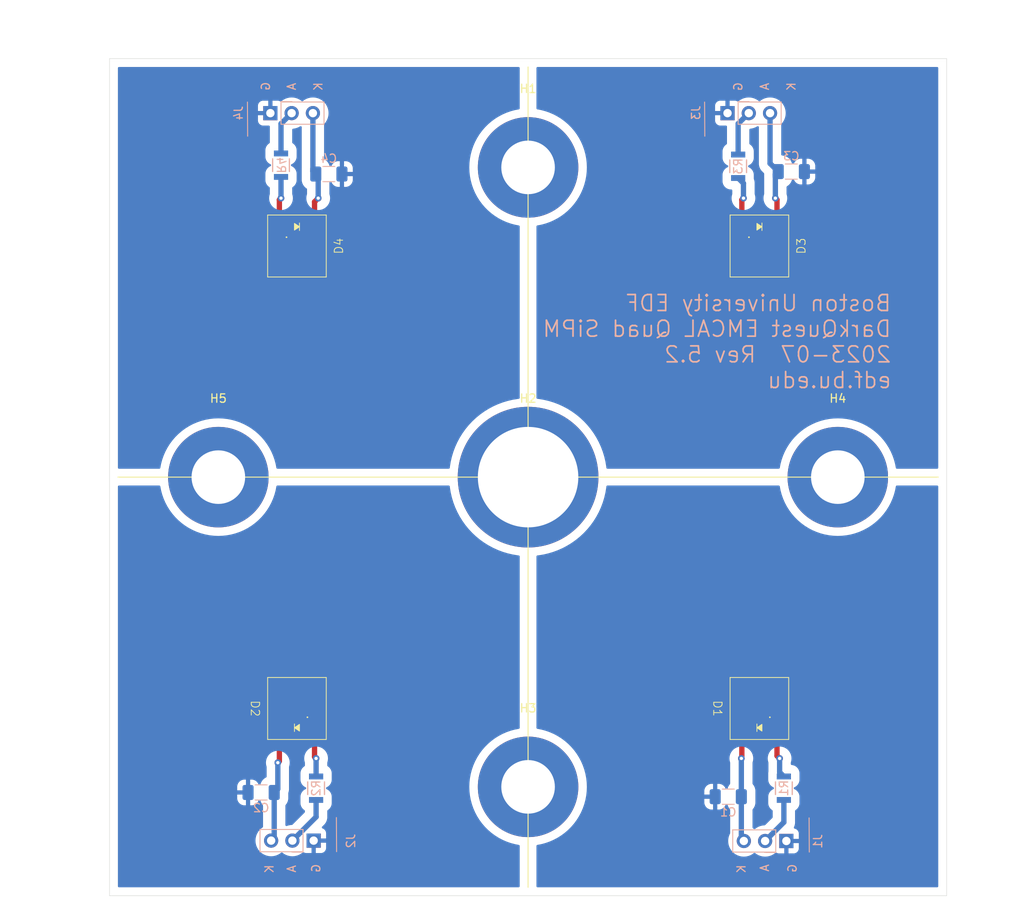
<source format=kicad_pcb>
(kicad_pcb (version 20221018) (generator pcbnew)
  (title_block (title "DarkQuest Quad SiPM") (comment 1 "Note: Rev 5.1 for S13360-6025CS"))
  (layers (0 "F.Cu" signal) (31 "B.Cu" signal) (34 "B.Paste" user) (35 "F.Paste" user) (36 "B.SilkS" user "B.Silkscreen") (37 "F.SilkS" user "F.Silkscreen") (38 "B.Mask" user) (39 "F.Mask" user) (44 "Edge.Cuts" user))
  (net 0 "")
  (net 1 "Net-(J1-Pin_1)")
  (net 2 "Net-(J2-Pin_1)")
  (net 3 "Net-(J3-Pin_1)")
  (net 4 "Net-(J4-Pin_1)")
  (net 5 "Net-(J2-Pin_2)")
  (net 6 "Net-(J3-Pin_2)")
  (net 7 "Net-(J4-Pin_2)")
  (net 8 "Net-(J1-Pin_2)")
  (net 9 "Net-(D1-K)")
  (net 10 "Net-(D2-K)")
  (net 11 "Net-(D3-K)")
  (net 12 "Net-(D4-K)")
  (net 13 "Net-(D1-A)")
  (net 14 "Net-(D2-A)")
  (net 15 "Net-(D3-A)")
  (net 16 "Net-(D4-A)")
  (footprint "quad_sipm:MountingHole_8.4mm_M8_Pad" (layer "F.Cu") (at 100 100)
    (fp_text reference "H2" (at 0 -9.4) (layer "F.SilkS"))
    (fp_text value "MountingHole")
    (pad "1" thru_hole circle (at 0 0) (size 16.8 16.8) (drill 12) (layers "*.Cu" "*.Mask"))
  )
  (footprint "quad_sipm:MountingHole_6.4_pad" (layer "F.Cu") (at 100 137)
    (fp_text reference "H3" (at 0 -9.4) (layer "F.SilkS"))
    (fp_text value "MountingHole")
    (pad "1" thru_hole circle (at 0 0) (size 12 12) (drill 6.4) (layers "*.Cu" "*.Mask"))
  )
  (footprint "quad_sipm:MountingHole_6.4_pad" (layer "F.Cu") (at 137 100)
    (fp_text reference "H4" (at 0 -9.4) (layer "F.SilkS"))
    (fp_text value "MountingHole")
    (pad "1" thru_hole circle (at 0 0) (size 12 12) (drill 6.4) (layers "*.Cu" "*.Mask"))
  )
  (footprint "quad_sipm:MountingHole_6.4_pad" (layer "F.Cu") (at 63 100)
    (fp_text reference "H5" (at 0 -9.4) (layer "F.SilkS"))
    (fp_text value "MountingHole")
    (pad "1" thru_hole circle (at 0 0) (size 12 12) (drill 6.4) (layers "*.Cu" "*.Mask"))
  )
  (footprint "quad_sipm:MountingHole_6.4_pad" (layer "F.Cu") (at 100 63)
    (fp_text reference "H1" (at 0 -9.4) (layer "F.SilkS"))
    (fp_text value "MountingHole")
    (pad "1" thru_hole circle (at 0 0) (size 12 12) (drill 6.4) (layers "*.Cu" "*.Mask"))
  )
  (footprint "Diode_SMD:S13360-6025PE" (layer "F.Cu") (at 127.635 127.635 -90)
    (fp_text reference "D1" (at 0 5 -90 unlocked) (layer "F.SilkS") (effects (font (thickness 0.1))))
    (fp_text value "1N914")
    (fp_line (start -3.7 -3.5) (end -3.7 3.5) (stroke (width 0.1)) (layer "F.SilkS"))
    (fp_line (start -3.7 3.5) (end 3.7 3.5) (stroke (width 0.1)) (layer "F.SilkS"))
    (fp_line (start 2.75 0.3) (end 1.85 0.3) (stroke (width 0.1)) (layer "F.SilkS"))
    (fp_line (start 3.7 -3.5) (end -3.7 -3.5) (stroke (width 0.1)) (layer "F.SilkS"))
    (fp_line (start 3.7 3.5) (end 3.7 -3.5) (stroke (width 0.1)) (layer "F.SilkS"))
    (fp_circle (center 1.05 -1.25) (end 1.05 -1.25) (stroke (width 0.1)) (fill none) (layer "F.SilkS"))
    (fp_poly (pts (xy 2.3 0.3) (xy 2.7 -0.3) (xy 1.9 -0.3)) (stroke (width 0.1)) (fill solid) (layer "F.SilkS"))
    (pad "1" smd circle (at 2.3 2.1 270) (size 1 1) (layers "F.Cu" "F.Paste" "F.Mask") (net 9 "Net-(D1-K)"))
    (pad "2" smd circle (at 2.3 -2.1 270) (size 1 1) (layers "F.Cu" "F.Paste" "F.Mask") (net 13 "Net-(D1-A)"))
    (pad "3" smd circle (at -2.3 2.1 270) (size 1 1) (layers "F.Cu" "F.Paste" "F.Mask"))
    (pad "4" smd circle (at -2.3 -2.1 270) (size 1 1) (layers "F.Cu" "F.Paste" "F.Mask"))
  )
  (footprint "Diode_SMD:S13360-6025PE" (layer "F.Cu") (at 72.39 127.635 -90)
    (fp_text reference "D2" (at 0 5 -90 unlocked) (layer "F.SilkS") (effects (font (thickness 0.1))))
    (fp_text value "1N914")
    (fp_line (start -3.7 -3.5) (end -3.7 3.5) (stroke (width 0.1)) (layer "F.SilkS"))
    (fp_line (start -3.7 3.5) (end 3.7 3.5) (stroke (width 0.1)) (layer "F.SilkS"))
    (fp_line (start 2.75 0.3) (end 1.85 0.3) (stroke (width 0.1)) (layer "F.SilkS"))
    (fp_line (start 3.7 -3.5) (end -3.7 -3.5) (stroke (width 0.1)) (layer "F.SilkS"))
    (fp_line (start 3.7 3.5) (end 3.7 -3.5) (stroke (width 0.1)) (layer "F.SilkS"))
    (fp_circle (center 1.05 -1.25) (end 1.05 -1.25) (stroke (width 0.1)) (fill none) (layer "F.SilkS"))
    (fp_poly (pts (xy 2.3 0.3) (xy 2.7 -0.3) (xy 1.9 -0.3)) (stroke (width 0.1)) (fill solid) (layer "F.SilkS"))
    (pad "1" smd circle (at 2.3 2.1 270) (size 1 1) (layers "F.Cu" "F.Paste" "F.Mask") (net 10 "Net-(D2-K)"))
    (pad "2" smd circle (at 2.3 -2.1 270) (size 1 1) (layers "F.Cu" "F.Paste" "F.Mask") (net 14 "Net-(D2-A)"))
    (pad "3" smd circle (at -2.3 2.1 270) (size 1 1) (layers "F.Cu" "F.Paste" "F.Mask"))
    (pad "4" smd circle (at -2.3 -2.1 270) (size 1 1) (layers "F.Cu" "F.Paste" "F.Mask"))
  )
  (footprint "Diode_SMD:S13360-6025PE" (layer "F.Cu") (at 72.39 72.39 90)
    (fp_text reference "D4" (at 0 5 90 unlocked) (layer "F.SilkS") (effects (font (thickness 0.1))))
    (fp_text value "1N914")
    (fp_line (start -3.7 -3.5) (end -3.7 3.5) (stroke (width 0.1)) (layer "F.SilkS"))
    (fp_line (start -3.7 3.5) (end 3.7 3.5) (stroke (width 0.1)) (layer "F.SilkS"))
    (fp_line (start 2.75 0.3) (end 1.85 0.3) (stroke (width 0.1)) (layer "F.SilkS"))
    (fp_line (start 3.7 -3.5) (end -3.7 -3.5) (stroke (width 0.1)) (layer "F.SilkS"))
    (fp_line (start 3.7 3.5) (end 3.7 -3.5) (stroke (width 0.1)) (layer "F.SilkS"))
    (fp_circle (center 1.05 -1.25) (end 1.05 -1.25) (stroke (width 0.1)) (fill none) (layer "F.SilkS"))
    (fp_poly (pts (xy 2.3 0.3) (xy 2.7 -0.3) (xy 1.9 -0.3)) (stroke (width 0.1)) (fill solid) (layer "F.SilkS"))
    (pad "1" smd circle (at 2.3 2.1 90) (size 1 1) (layers "F.Cu" "F.Paste" "F.Mask") (net 12 "Net-(D4-K)"))
    (pad "2" smd circle (at 2.3 -2.1 90) (size 1 1) (layers "F.Cu" "F.Paste" "F.Mask") (net 16 "Net-(D4-A)"))
    (pad "3" smd circle (at -2.3 2.1 90) (size 1 1) (layers "F.Cu" "F.Paste" "F.Mask"))
    (pad "4" smd circle (at -2.3 -2.1 90) (size 1 1) (layers "F.Cu" "F.Paste" "F.Mask"))
  )
  (footprint "Diode_SMD:S13360-6025PE" (layer "F.Cu") (at 127.635 72.39 90)
    (fp_text reference "D3" (at 0 5 90 unlocked) (layer "F.SilkS") (effects (font (thickness 0.1))))
    (fp_text value "1N914")
    (fp_line (start -3.7 -3.5) (end -3.7 3.5) (stroke (width 0.1)) (layer "F.SilkS"))
    (fp_line (start -3.7 3.5) (end 3.7 3.5) (stroke (width 0.1)) (layer "F.SilkS"))
    (fp_line (start 2.75 0.3) (end 1.85 0.3) (stroke (width 0.1)) (layer "F.SilkS"))
    (fp_line (start 3.7 -3.5) (end -3.7 -3.5) (stroke (width 0.1)) (layer "F.SilkS"))
    (fp_line (start 3.7 3.5) (end 3.7 -3.5) (stroke (width 0.1)) (layer "F.SilkS"))
    (fp_circle (center 1.05 -1.25) (end 1.05 -1.25) (stroke (width 0.1)) (fill none) (layer "F.SilkS"))
    (fp_poly (pts (xy 2.3 0.3) (xy 2.7 -0.3) (xy 1.9 -0.3)) (stroke (width 0.1)) (fill solid) (layer "F.SilkS"))
    (pad "1" smd circle (at 2.3 2.1 90) (size 1 1) (layers "F.Cu" "F.Paste" "F.Mask") (net 11 "Net-(D3-K)"))
    (pad "2" smd circle (at 2.3 -2.1 90) (size 1 1) (layers "F.Cu" "F.Paste" "F.Mask") (net 15 "Net-(D3-A)"))
    (pad "3" smd circle (at -2.3 2.1 90) (size 1 1) (layers "F.Cu" "F.Paste" "F.Mask"))
    (pad "4" smd circle (at -2.3 -2.1 90) (size 1 1) (layers "F.Cu" "F.Paste" "F.Mask"))
  )
  (footprint "Connector_PinHeader_2.54mm:PinHeader_1x03_P2.54mm_Vertical" (layer "B.Cu") (at 128.27 143.51 90)
    (fp_text reference "J1" (at 0 6.35 90) (layer "B.SilkS") (effects (justify mirror)))
    (fp_text value "8-102202-4")
    (fp_line (start -1.33 0) (end -1.33 1.33) (stroke (width 0.12)) (layer "B.SilkS"))
    (fp_line (start -1.285 -3.825) (end 1.375 -3.825) (stroke (width 0.12)) (layer "B.SilkS"))
    (fp_line (start -1.285 1.315) (end -1.285 -3.825) (stroke (width 0.12)) (layer "B.SilkS"))
    (fp_line (start -1.285 1.315) (end 1.375 1.315) (stroke (width 0.12)) (layer "B.SilkS"))
    (fp_line (start -1.275 5.325) (end 2.8 5.3) (stroke (width 0.12)) (layer "B.SilkS"))
    (fp_line (start 1.375 1.315) (end 1.375 -3.825) (stroke (width 0.12)) (layer "B.SilkS"))
    (pad "1" thru_hole rect (at 0.045 2.585 90) (size 1.7 1.7) (drill 1) (layers "*.Cu" "*.Mask") (net 1 "Net-(J1-Pin_1)"))
    (pad "2" thru_hole oval (at 0.045 0.045 90) (size 1.7 1.7) (drill 1) (layers "*.Cu" "*.Mask") (net 8 "Net-(J1-Pin_2)"))
    (pad "3" thru_hole oval (at 0.045 -2.495 90) (size 1.7 1.7) (drill 1) (layers "*.Cu" "*.Mask") (net 9 "Net-(D1-K)"))
  )
  (footprint "Capacitor_SMD:C_1206_3216Metric_Pad1.33x1.80mm_HandSolder" (layer "B.Cu") (at 76.2 63.7925 180)
    (fp_text reference "C4" (at 0 1.85) (layer "B.SilkS") (effects (justify mirror)))
    (fp_text value "10nF 100V")
    (fp_line (start -0.711252 -0.91) (end 0.711252 -0.91) (stroke (width 0.12)) (layer "B.SilkS"))
    (fp_line (start -0.711252 0.91) (end 0.711252 0.91) (stroke (width 0.12)) (layer "B.SilkS"))
    (pad "1" smd roundrect (at -1.5625 0 180) (size 1.325 1.8) (layers "B.Cu" "B.Paste" "B.Mask") (roundrect_rratio 0.1886792453) (net 4 "Net-(J4-Pin_1)"))
    (pad "2" smd roundrect (at 1.5625 0 180) (size 1.325 1.8) (layers "B.Cu" "B.Paste" "B.Mask") (roundrect_rratio 0.1886792453) (net 12 "Net-(D4-K)"))
  )
  (footprint "Connector_PinHeader_2.54mm:PinHeader_1x03_P2.54mm_Vertical" (layer "B.Cu") (at 126.41 56.47 -90)
    (fp_text reference "J3" (at 0 6.35 90) (layer "B.SilkS") (effects (justify mirror)))
    (fp_text value "8-102202-4")
    (fp_line (start -1.33 0) (end -1.33 1.33) (stroke (width 0.12)) (layer "B.SilkS"))
    (fp_line (start -1.285 -3.825) (end 1.375 -3.825) (stroke (width 0.12)) (layer "B.SilkS"))
    (fp_line (start -1.285 1.315) (end -1.285 -3.825) (stroke (width 0.12)) (layer "B.SilkS"))
    (fp_line (start -1.285 1.315) (end 1.375 1.315) (stroke (width 0.12)) (layer "B.SilkS"))
    (fp_line (start -1.275 5.325) (end 2.8 5.3) (stroke (width 0.12)) (layer "B.SilkS"))
    (fp_line (start 1.375 1.315) (end 1.375 -3.825) (stroke (width 0.12)) (layer "B.SilkS"))
    (pad "1" thru_hole rect (at 0.045 2.585 270) (size 1.7 1.7) (drill 1) (layers "*.Cu" "*.Mask") (net 3 "Net-(J3-Pin_1)"))
    (pad "2" thru_hole oval (at 0.045 0.045 270) (size 1.7 1.7) (drill 1) (layers "*.Cu" "*.Mask") (net 6 "Net-(J3-Pin_2)"))
    (pad "3" thru_hole oval (at 0.045 -2.495 270) (size 1.7 1.7) (drill 1) (layers "*.Cu" "*.Mask") (net 11 "Net-(D3-K)"))
  )
  (footprint "Connector_PinHeader_2.54mm:PinHeader_1x03_P2.54mm_Vertical" (layer "B.Cu") (at 71.8 56.47 -90)
    (fp_text reference "J4" (at 0.045 6.395 90) (layer "B.SilkS") (effects (justify mirror)))
    (fp_text value "8-102202-4")
    (fp_line (start -1.33 0) (end -1.33 1.33) (stroke (width 0.12)) (layer "B.SilkS"))
    (fp_line (start -1.285 -3.825) (end 1.375 -3.825) (stroke (width 0.12)) (layer "B.SilkS"))
    (fp_line (start -1.285 1.315) (end -1.285 -3.825) (stroke (width 0.12)) (layer "B.SilkS"))
    (fp_line (start -1.285 1.315) (end 1.375 1.315) (stroke (width 0.12)) (layer "B.SilkS"))
    (fp_line (start -1.275 5.325) (end 2.8 5.3) (stroke (width 0.12)) (layer "B.SilkS"))
    (fp_line (start 1.375 1.315) (end 1.375 -3.825) (stroke (width 0.12)) (layer "B.SilkS"))
    (pad "1" thru_hole rect (at 0.045 2.585 270) (size 1.7 1.7) (drill 1) (layers "*.Cu" "*.Mask") (net 4 "Net-(J4-Pin_1)"))
    (pad "2" thru_hole oval (at 0.045 0.045 270) (size 1.7 1.7) (drill 1) (layers "*.Cu" "*.Mask") (net 7 "Net-(J4-Pin_2)"))
    (pad "3" thru_hole oval (at 0.045 -2.495 270) (size 1.7 1.7) (drill 1) (layers "*.Cu" "*.Mask") (net 12 "Net-(D4-K)"))
  )
  (footprint "Capacitor_SMD:C_1206_3216Metric_Pad1.33x1.80mm_HandSolder" (layer "B.Cu") (at 131.445 63.5 180)
    (fp_text reference "C3" (at 0 1.85) (layer "B.SilkS") (effects (justify mirror)))
    (fp_text value "10nF 100V")
    (fp_line (start -0.711252 -0.91) (end 0.711252 -0.91) (stroke (width 0.12)) (layer "B.SilkS"))
    (fp_line (start -0.711252 0.91) (end 0.711252 0.91) (stroke (width 0.12)) (layer "B.SilkS"))
    (pad "1" smd roundrect (at -1.5625 0 180) (size 1.325 1.8) (layers "B.Cu" "B.Paste" "B.Mask") (roundrect_rratio 0.1886792453) (net 3 "Net-(J3-Pin_1)"))
    (pad "2" smd roundrect (at 1.5625 0 180) (size 1.325 1.8) (layers "B.Cu" "B.Paste" "B.Mask") (roundrect_rratio 0.1886792453) (net 11 "Net-(D3-K)"))
  )
  (footprint "Connector_PinHeader_2.54mm:PinHeader_1x03_P2.54mm_Vertical" (layer "B.Cu") (at 71.8 143.465 90)
    (fp_text reference "J2" (at 0 7.03 90) (layer "B.SilkS") (effects (justify mirror)))
    (fp_text value "8-102202-4")
    (fp_line (start -1.33 0) (end -1.33 1.33) (stroke (width 0.12)) (layer "B.SilkS"))
    (fp_line (start -1.285 -3.825) (end 1.375 -3.825) (stroke (width 0.12)) (layer "B.SilkS"))
    (fp_line (start -1.285 1.315) (end -1.285 -3.825) (stroke (width 0.12)) (layer "B.SilkS"))
    (fp_line (start -1.285 1.315) (end 1.375 1.315) (stroke (width 0.12)) (layer "B.SilkS"))
    (fp_line (start -1.275 5.325) (end 2.8 5.3) (stroke (width 0.12)) (layer "B.SilkS"))
    (fp_line (start 1.375 1.315) (end 1.375 -3.825) (stroke (width 0.12)) (layer "B.SilkS"))
    (pad "1" thru_hole rect (at 0.045 2.585 90) (size 1.7 1.7) (drill 1) (layers "*.Cu" "*.Mask") (net 2 "Net-(J2-Pin_1)"))
    (pad "2" thru_hole oval (at 0.045 0.045 90) (size 1.7 1.7) (drill 1) (layers "*.Cu" "*.Mask") (net 5 "Net-(J2-Pin_2)"))
    (pad "3" thru_hole oval (at 0.045 -2.495 90) (size 1.7 1.7) (drill 1) (layers "*.Cu" "*.Mask") (net 10 "Net-(D2-K)"))
  )
  (footprint "Capacitor_SMD:C_1206_3216Metric_Pad1.33x1.80mm_HandSolder" (layer "B.Cu") (at 123.9135 138.176)
    (fp_text reference "C1" (at 0 1.85) (layer "B.SilkS") (effects (justify mirror)))
    (fp_text value "10nF 100V")
    (fp_line (start -0.711252 -0.91) (end 0.711252 -0.91) (stroke (width 0.12)) (layer "B.SilkS"))
    (fp_line (start -0.711252 0.91) (end 0.711252 0.91) (stroke (width 0.12)) (layer "B.SilkS"))
    (pad "1" smd roundrect (at -1.5625 0) (size 1.325 1.8) (layers "B.Cu" "B.Paste" "B.Mask") (roundrect_rratio 0.1886792453) (net 1 "Net-(J1-Pin_1)"))
    (pad "2" smd roundrect (at 1.5625 0) (size 1.325 1.8) (layers "B.Cu" "B.Paste" "B.Mask") (roundrect_rratio 0.1886792453) (net 9 "Net-(D1-K)"))
  )
  (footprint "Capacitor_SMD:C_1206_3216Metric_Pad1.33x1.80mm_HandSolder" (layer "B.Cu") (at 68.1105 137.668)
    (fp_text reference "C2" (at 0 1.85) (layer "B.SilkS") (effects (justify mirror)))
    (fp_text value "10nF 100V")
    (fp_line (start -0.711252 -0.91) (end 0.711252 -0.91) (stroke (width 0.12)) (layer "B.SilkS"))
    (fp_line (start -0.711252 0.91) (end 0.711252 0.91) (stroke (width 0.12)) (layer "B.SilkS"))
    (pad "1" smd roundrect (at -1.5625 0) (size 1.325 1.8) (layers "B.Cu" "B.Paste" "B.Mask") (roundrect_rratio 0.1886792453) (net 2 "Net-(J2-Pin_1)"))
    (pad "2" smd roundrect (at 1.5625 0) (size 1.325 1.8) (layers "B.Cu" "B.Paste" "B.Mask") (roundrect_rratio 0.1886792453) (net 10 "Net-(D2-K)"))
  )
  (footprint "Resistor_SMD:1206_VIS-L" (layer "B.Cu") (at 125.095 62.865 -90)
    (fp_text reference "R3" (at 0 0 90 unlocked) (layer "B.SilkS") (effects (justify mirror)))
    (fp_text value "R")
    (fp_line (start -0.754213 -1.002) (end 0.754213 -1.002) (stroke (width 0.1524)) (layer "B.SilkS"))
    (fp_line (start 0.754213 1.002) (end -0.754213 1.002) (stroke (width 0.1524)) (layer "B.SilkS"))
    (pad "1" smd rect (at -1.4008 0 270) (size 0.7016 1.6992) (layers "B.Cu" "B.Paste" "B.Mask") (net 6 "Net-(J3-Pin_2)"))
    (pad "2" smd rect (at 1.4008 0 270) (size 0.7016 1.6992) (layers "B.Cu" "B.Paste" "B.Mask") (net 15 "Net-(D3-A)"))
    (zone (net 0) (net_name "") (layer "B.Cu") (connect_pads (clearance 0)) (min_thickness 0.254)
      (keepout (tracks not_allowed) (vias not_allowed) (pads allowed) (copperpour not_allowed) (footprints allowed))
      (fill (thermal_gap 0.508) (thermal_bridge_width 0.508))
      (polygon (pts (xy 124.2708 61.8658) (xy 124.2708 63.8642) (xy 125.9192 63.8642) (xy 125.9192 61.8658)))
    )
  )
  (footprint "Resistor_SMD:1206_VIS-L" (layer "B.Cu") (at 70.485 62.7342 90)
    (fp_text reference "R4" (at 0 0 270 unlocked) (layer "B.SilkS") (effects (justify mirror)))
    (fp_text value "R")
    (fp_line (start -0.754213 -1.002) (end 0.754213 -1.002) (stroke (width 0.1524)) (layer "B.SilkS"))
    (fp_line (start 0.754213 1.002) (end -0.754213 1.002) (stroke (width 0.1524)) (layer "B.SilkS"))
    (pad "1" smd rect (at -1.4008 0 90) (size 0.7016 1.6992) (layers "B.Cu" "B.Paste" "B.Mask") (net 16 "Net-(D4-A)"))
    (pad "2" smd rect (at 1.4008 0 90) (size 0.7016 1.6992) (layers "B.Cu" "B.Paste" "B.Mask") (net 7 "Net-(J4-Pin_2)"))
    (zone (net 0) (net_name "") (layer "B.Cu") (connect_pads (clearance 0)) (min_thickness 0.254)
      (keepout (tracks not_allowed) (vias not_allowed) (pads allowed) (copperpour not_allowed) (footprints allowed))
      (fill (thermal_gap 0.508) (thermal_bridge_width 0.508))
      (polygon (pts (xy 71.3092 63.7334) (xy 71.3092 61.735) (xy 69.6608 61.735) (xy 69.6608 63.7334)))
    )
  )
  (footprint "Resistor_SMD:1206_VIS-L" (layer "B.Cu") (at 74.676 137.16 -90)
    (fp_text reference "R2" (at 0 0 90 unlocked) (layer "B.SilkS") (effects (justify mirror)))
    (fp_text value "R")
    (fp_line (start -0.754213 -1.002) (end 0.754213 -1.002) (stroke (width 0.1524)) (layer "B.SilkS"))
    (fp_line (start 0.754213 1.002) (end -0.754213 1.002) (stroke (width 0.1524)) (layer "B.SilkS"))
    (pad "1" smd rect (at -1.4008 0 270) (size 0.7016 1.6992) (layers "B.Cu" "B.Paste" "B.Mask") (net 14 "Net-(D2-A)"))
    (pad "2" smd rect (at 1.4008 0 270) (size 0.7016 1.6992) (layers "B.Cu" "B.Paste" "B.Mask") (net 5 "Net-(J2-Pin_2)"))
    (zone (net 0) (net_name "") (layer "B.Cu") (connect_pads (clearance 0)) (min_thickness 0.254)
      (keepout (tracks not_allowed) (vias not_allowed) (pads allowed) (copperpour not_allowed) (footprints allowed))
      (fill (thermal_gap 0.508) (thermal_bridge_width 0.508))
      (polygon (pts (xy 73.8518 136.1608) (xy 73.8518 138.1592) (xy 75.5002 138.1592) (xy 75.5002 136.1608)))
    )
  )
  (footprint "Resistor_SMD:1206_VIS-L" (layer "B.Cu") (at 130.556 137.16 -90)
    (fp_text reference "R1" (at 0 0 90 unlocked) (layer "B.SilkS") (effects (justify mirror)))
    (fp_text value "R")
    (fp_line (start -0.754213 -1.002) (end 0.754213 -1.002) (stroke (width 0.1524)) (layer "B.SilkS"))
    (fp_line (start 0.754213 1.002) (end -0.754213 1.002) (stroke (width 0.1524)) (layer "B.SilkS"))
    (pad "1" smd rect (at -1.4008 0 270) (size 0.7016 1.6992) (layers "B.Cu" "B.Paste" "B.Mask") (net 13 "Net-(D1-A)"))
    (pad "2" smd rect (at 1.4008 0 270) (size 0.7016 1.6992) (layers "B.Cu" "B.Paste" "B.Mask") (net 8 "Net-(J1-Pin_2)"))
    (zone (net 0) (net_name "") (layer "B.Cu") (connect_pads (clearance 0)) (min_thickness 0.254)
      (keepout (tracks not_allowed) (vias not_allowed) (pads allowed) (copperpour not_allowed) (footprints allowed))
      (fill (thermal_gap 0.508) (thermal_bridge_width 0.508))
      (polygon (pts (xy 129.7318 136.1608) (xy 129.7318 138.1592) (xy 131.3802 138.1592) (xy 131.3802 136.1608)))
    )
  )
  (gr_line (start 51 100) (end 149 100) (stroke (width 0.12)) (layer "F.SilkS"))
  (gr_line (start 100 51) (end 100 149) (stroke (width 0.12)) (layer "F.SilkS"))
  (gr_line (start 50 150) (end 50 50) (stroke (width 0.05)) (layer "Edge.Cuts"))
  (gr_line (start 150 150) (end 50 150) (stroke (width 0.05)) (layer "Edge.Cuts"))
  (gr_line (start 50 50) (end 150 50) (stroke (width 0.05)) (layer "Edge.Cuts"))
  (gr_line (start 150 50) (end 150 150) (stroke (width 0.05)) (layer "Edge.Cuts"))
  (gr_text "G" (at 125.095 53.34 90) (layer "B.SilkS") (effects (font (size 1 1)) (justify mirror)))
  (gr_text "K" (at 131.445 53.34 90) (layer "B.SilkS") (effects (font (size 1 1)) (justify mirror)))
  (gr_text "A" (at 128.27 53.34 90) (layer "B.SilkS") (effects (font (size 1 1)) (justify mirror)))
  (gr_text "G" (at 74.676 147.32 90) (layer "B.SilkS") (effects (font (size 1 1)) (justify right mirror)))
  (gr_text "A" (at 71.755 147.32 90) (layer "B.SilkS") (effects (font (size 1 1)) (justify right mirror)))
  (gr_text "K" (at 74.93 53.34 90) (layer "B.SilkS") (effects (font (size 1 1)) (justify mirror)))
  (gr_text "A" (at 71.755 53.34 90) (layer "B.SilkS") (effects (font (size 1 1)) (justify mirror)))
  (gr_text "K" (at 69.088 146.812 90) (layer "B.SilkS") (effects (font (size 1 1)) (justify mirror)))
  (gr_text "A" (at 128.27 146.685 90) (layer "B.SilkS") (effects (font (size 1 1)) (justify mirror)))
  (gr_text "G" (at 131.572 147.32 90) (layer "B.SilkS") (effects (font (size 1 1)) (justify right mirror)))
  (gr_text "K" (at 125.476 146.812 90) (layer "B.SilkS") (effects (font (size 1 1)) (justify mirror)))
  (gr_text "Boston University EDF\nDarkQuest EMCAL Quad SiPM\n2023-07  Rev 5.2\nedf.bu.edu" (at 143.51 83.82) (layer "B.SilkS") (effects (font (size 1.905 1.905) (thickness 0.2032)) (justify left mirror)))
  (gr_text "G" (at 68.66 52.705 90) (layer "B.SilkS") (effects (font (size 1 1)) (justify left mirror)))
  (segment (start 74.6375 143.1675) (end 74.295 143.51) (width 0.635) (layer "B.Cu") (net 2))
  (segment (start 74.676 138.5608) (end 74.676 140.589) (width 0.635) (layer "B.Cu") (net 5))
  (segment (start 74.676 140.589) (end 71.845 143.42) (width 0.635) (layer "B.Cu") (net 5))
  (segment (start 125.095 57.785) (end 126.365 56.515) (width 0.635) (layer "B.Cu") (net 6))
  (segment (start 125.095 61.4642) (end 125.095 57.785) (width 0.635) (layer "B.Cu") (net 6))
  (segment (start 70.485 61.3334) (end 70.485 57.785) (width 0.635) (layer "B.Cu") (net 7))
  (segment (start 70.485 57.785) (end 71.755 56.515) (width 0.635) (layer "B.Cu") (net 7))
  (segment (start 130.556 138.5608) (end 130.556 141.224) (width 0.635) (layer "B.Cu") (net 8))
  (segment (start 130.556 141.224) (end 128.315 143.465) (width 0.635) (layer "B.Cu") (net 8))
  (segment (start 125.535 129.935) (end 125.535 133.545) (width 0.635) (layer "F.Cu") (net 9))
  (segment (start 125.535 133.545) (end 125.476 133.604) (width 0.635) (layer "F.Cu") (net 9))
  (via (at 125.476 133.604) (size 0.8) (drill 0.4) (layers "F.Cu" "B.Cu") (net 9))
  (segment (start 125.476 133.604) (end 125.476 138.176) (width 0.635) (layer "B.Cu") (net 9))
  (segment (start 125.476 138.176) (end 125.476 143.166) (width 0.635) (layer "B.Cu") (net 9))
  (segment (start 125.476 143.166) (end 125.775 143.465) (width 0.635) (layer "B.Cu") (net 9))
  (segment (start 70.29 129.935) (end 70.29 133.926) (width 0.635) (layer "F.Cu") (net 10))
  (segment (start 70.29 133.926) (end 70.104 134.112) (width 0.635) (layer "F.Cu") (net 10))
  (segment (start 70.485 130.13) (end 70.29 129.935) (width 0.635) (layer "F.Cu") (net 10))
  (via (at 70.104 134.112) (size 0.8) (drill 0.4) (layers "F.Cu" "B.Cu") (net 10))
  (segment (start 70.104 137.237) (end 69.673 137.668) (width 0.635) (layer "B.Cu") (net 10))
  (segment (start 69.673 143.052) (end 69.305 143.42) (width 0.635) (layer "B.Cu") (net 10))
  (segment (start 69.673 137.668) (end 69.673 143.052) (width 0.635) (layer "B.Cu") (net 10))
  (segment (start 70.104 134.112) (end 70.104 137.237) (width 0.635) (layer "B.Cu") (net 10))
  (segment (start 129.735 66.87) (end 129.54 66.675) (width 0.635) (layer "F.Cu") (net 11))
  (segment (start 129.735 70.09) (end 129.735 66.87) (width 0.635) (layer "F.Cu") (net 11))
  (via (at 129.54 66.675) (size 0.8) (drill 0.4) (layers "F.Cu" "B.Cu") (net 11))
  (segment (start 128.905 62.5225) (end 129.8825 63.5) (width 0.635) (layer "B.Cu") (net 11))
  (segment (start 129.54 66.675) (end 129.54 63.8425) (width 0.635) (layer "B.Cu") (net 11))
  (segment (start 128.905 56.515) (end 128.905 62.5225) (width 0.635) (layer "B.Cu") (net 11))
  (segment (start 129.54 63.8425) (end 129.8825 63.5) (width 0.635) (layer "B.Cu") (net 11))
  (segment (start 74.49 67.115) (end 74.93 66.675) (width 0.635) (layer "F.Cu") (net 12))
  (segment (start 74.49 70.09) (end 74.49 67.115) (width 0.635) (layer "F.Cu") (net 12))
  (via (at 74.93 66.675) (size 0.8) (drill 0.4) (layers "F.Cu" "B.Cu") (net 12))
  (segment (start 74.6375 63.7925) (end 74.295 63.45) (width 0.635) (layer "B.Cu") (net 12))
  (segment (start 74.295 63.45) (end 74.295 56.515) (width 0.635) (layer "B.Cu") (net 12))
  (segment (start 74.93 66.675) (end 74.93 64.135) (width 0.635) (layer "B.Cu") (net 12))
  (segment (start 129.735 133.291) (end 130.048 133.604) (width 0.635) (layer "F.Cu") (net 13))
  (segment (start 129.735 129.935) (end 129.735 133.291) (width 0.635) (layer "F.Cu") (net 13))
  (via (at 130.048 133.604) (size 0.8) (drill 0.4) (layers "F.Cu" "B.Cu") (net 13))
  (segment (start 130.048 135.2512) (end 130.556 135.7592) (width 0.635) (layer "B.Cu") (net 13))
  (segment (start 130.048 133.604) (end 130.048 135.2512) (width 0.635) (layer "B.Cu") (net 13))
  (segment (start 74.295 130.13) (end 74.49 129.935) (width 0.635) (layer "F.Cu") (net 14))
  (segment (start 74.49 129.935) (end 74.49 133.418) (width 0.635) (layer "F.Cu") (net 14))
  (segment (start 74.49 133.418) (end 74.676 133.604) (width 0.635) (layer "F.Cu") (net 14))
  (via (at 74.676 133.604) (size 0.8) (drill 0.4) (layers "F.Cu" "B.Cu") (net 14))
  (segment (start 74.676 133.604) (end 74.676 135.7592) (width 0.635) (layer "B.Cu") (net 14))
  (segment (start 125.535 70.09) (end 125.535 66.87) (width 0.635) (layer "F.Cu") (net 15))
  (segment (start 125.535 66.87) (end 125.73 66.675) (width 0.635) (layer "F.Cu") (net 15))
  (via (at 125.73 66.675) (size 0.8) (drill 0.4) (layers "F.Cu" "B.Cu") (net 15))
  (segment (start 125.73 66.675) (end 125.73 64.9008) (width 0.635) (layer "B.Cu") (net 15))
  (segment (start 125.73 64.9008) (end 125.095 64.2658) (width 0.635) (layer "B.Cu") (net 15))
  (segment (start 70.29 70.09) (end 70.29 66.87) (width 0.635) (layer "F.Cu") (net 16))
  (segment (start 70.29 66.87) (end 70.485 66.675) (width 0.635) (layer "F.Cu") (net 16))
  (via (at 70.485 66.675) (size 0.8) (drill 0.4) (layers "F.Cu" "B.Cu") (net 16))
  (segment (start 70.485 66.675) (end 70.485 64.135) (width 0.635) (layer "B.Cu") (net 16))
  (zone (net 3) (net_name "Net-(J3-Pin_1)") (layer "B.Cu") (connect_pads (clearance 1.016)) (min_thickness 0.254) (fill yes (thermal_gap 0.635) (thermal_bridge_width 0.508))
    (polygon (pts (xy 149 99) (xy 101 99) (xy 101 51) (xy 149 51)))
  )
  (zone (net 4) (net_name "Net-(J4-Pin_1)") (layer "B.Cu") (connect_pads (clearance 1.016)) (min_thickness 0.254) (fill yes (thermal_gap 0.635) (thermal_bridge_width 0.508))
    (polygon (pts (xy 99 99) (xy 51 99) (xy 51 51) (xy 99 51)))
  )
  (zone (net 1) (net_name "Net-(J1-Pin_1)") (layer "B.Cu") (connect_pads (clearance 1.016)) (min_thickness 0.254) (fill yes (thermal_gap 0.635) (thermal_bridge_width 0.508))
    (polygon (pts (xy 149 149) (xy 101 149) (xy 101 101) (xy 149 101)))
  )
  (zone (net 2) (net_name "Net-(J2-Pin_1)") (layer "B.Cu") (connect_pads (clearance 1.016)) (min_thickness 0.254) (fill yes (thermal_gap 0.635) (thermal_bridge_width 0.508))
    (polygon (pts (xy 99 149) (xy 51 149) (xy 51 101) (xy 99 101)))
  )
)
</source>
